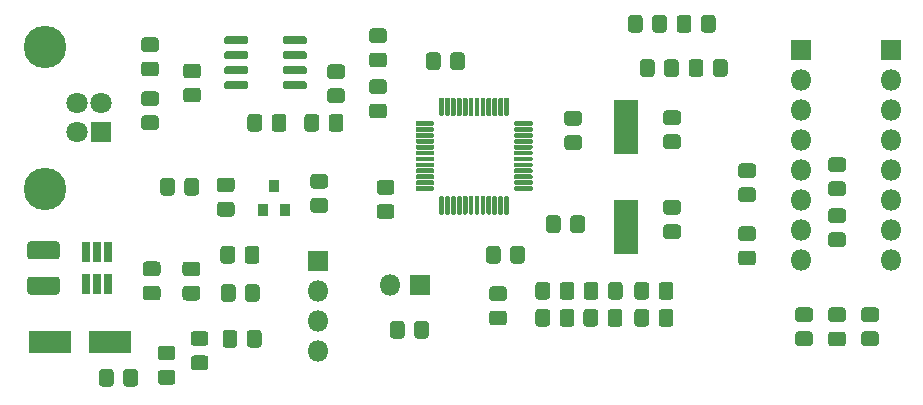
<source format=gbr>
%TF.GenerationSoftware,KiCad,Pcbnew,(5.1.6)-1*%
%TF.CreationDate,2020-09-24T00:50:11+03:00*%
%TF.ProjectId,freepdk,66726565-7064-46b2-9e6b-696361645f70,1.1.1*%
%TF.SameCoordinates,PX3c51298PY447eab0*%
%TF.FileFunction,Soldermask,Top*%
%TF.FilePolarity,Negative*%
%FSLAX46Y46*%
G04 Gerber Fmt 4.6, Leading zero omitted, Abs format (unit mm)*
G04 Created by KiCad (PCBNEW (5.1.6)-1) date 2020-09-24 00:50:11*
%MOMM*%
%LPD*%
G01*
G04 APERTURE LIST*
%ADD10C,3.600000*%
%ADD11C,1.800000*%
%ADD12R,1.800000X1.800000*%
%ADD13R,2.100000X4.600000*%
%ADD14R,3.600000X1.900000*%
%ADD15O,1.800000X1.800000*%
%ADD16R,0.750000X1.660000*%
%ADD17R,0.900000X1.000000*%
G04 APERTURE END LIST*
D10*
%TO.C,J1*%
X4688000Y30270000D03*
X4688000Y18230000D03*
D11*
X7398000Y23000000D03*
X7398000Y25500000D03*
X9398000Y25500000D03*
D12*
X9398000Y23000000D03*
%TD*%
D13*
%TO.C,Y1*%
X53847000Y14994000D03*
X53847000Y23494000D03*
%TD*%
D14*
%TO.C,D1*%
X5160000Y5274000D03*
X10160000Y5274000D03*
%TD*%
%TO.C,F1*%
G36*
G01*
X15695000Y18878262D02*
X15695000Y17921738D01*
G75*
G02*
X15423262Y17650000I-271738J0D01*
G01*
X14716738Y17650000D01*
G75*
G02*
X14445000Y17921738I0J271738D01*
G01*
X14445000Y18878262D01*
G75*
G02*
X14716738Y19150000I271738J0D01*
G01*
X15423262Y19150000D01*
G75*
G02*
X15695000Y18878262I0J-271738D01*
G01*
G37*
G36*
G01*
X17745000Y18878262D02*
X17745000Y17921738D01*
G75*
G02*
X17473262Y17650000I-271738J0D01*
G01*
X16766738Y17650000D01*
G75*
G02*
X16495000Y17921738I0J271738D01*
G01*
X16495000Y18878262D01*
G75*
G02*
X16766738Y19150000I271738J0D01*
G01*
X17473262Y19150000D01*
G75*
G02*
X17745000Y18878262I0J-271738D01*
G01*
G37*
%TD*%
%TO.C,R1*%
G36*
G01*
X42573738Y7913000D02*
X43530262Y7913000D01*
G75*
G02*
X43802000Y7641262I0J-271738D01*
G01*
X43802000Y6934738D01*
G75*
G02*
X43530262Y6663000I-271738J0D01*
G01*
X42573738Y6663000D01*
G75*
G02*
X42302000Y6934738I0J271738D01*
G01*
X42302000Y7641262D01*
G75*
G02*
X42573738Y7913000I271738J0D01*
G01*
G37*
G36*
G01*
X42573738Y9963000D02*
X43530262Y9963000D01*
G75*
G02*
X43802000Y9691262I0J-271738D01*
G01*
X43802000Y8984738D01*
G75*
G02*
X43530262Y8713000I-271738J0D01*
G01*
X42573738Y8713000D01*
G75*
G02*
X42302000Y8984738I0J271738D01*
G01*
X42302000Y9691262D01*
G75*
G02*
X42573738Y9963000I271738J0D01*
G01*
G37*
%TD*%
D15*
%TO.C,J4*%
X76316000Y12220000D03*
X76316000Y14760000D03*
X76316000Y17300000D03*
X76316000Y19840000D03*
X76316000Y22380000D03*
X76316000Y24920000D03*
X76316000Y27460000D03*
D12*
X76316000Y30000000D03*
%TD*%
D15*
%TO.C,J3*%
X68706000Y12220000D03*
X68706000Y14760000D03*
X68706000Y17300000D03*
X68706000Y19840000D03*
X68706000Y22380000D03*
X68706000Y24920000D03*
X68706000Y27460000D03*
D12*
X68706000Y30000000D03*
%TD*%
%TO.C,U4*%
G36*
G01*
X24817000Y30626000D02*
X24817000Y30976000D01*
G75*
G02*
X24992000Y31151000I175000J0D01*
G01*
X26692000Y31151000D01*
G75*
G02*
X26867000Y30976000I0J-175000D01*
G01*
X26867000Y30626000D01*
G75*
G02*
X26692000Y30451000I-175000J0D01*
G01*
X24992000Y30451000D01*
G75*
G02*
X24817000Y30626000I0J175000D01*
G01*
G37*
G36*
G01*
X24817000Y29356000D02*
X24817000Y29706000D01*
G75*
G02*
X24992000Y29881000I175000J0D01*
G01*
X26692000Y29881000D01*
G75*
G02*
X26867000Y29706000I0J-175000D01*
G01*
X26867000Y29356000D01*
G75*
G02*
X26692000Y29181000I-175000J0D01*
G01*
X24992000Y29181000D01*
G75*
G02*
X24817000Y29356000I0J175000D01*
G01*
G37*
G36*
G01*
X24817000Y28086000D02*
X24817000Y28436000D01*
G75*
G02*
X24992000Y28611000I175000J0D01*
G01*
X26692000Y28611000D01*
G75*
G02*
X26867000Y28436000I0J-175000D01*
G01*
X26867000Y28086000D01*
G75*
G02*
X26692000Y27911000I-175000J0D01*
G01*
X24992000Y27911000D01*
G75*
G02*
X24817000Y28086000I0J175000D01*
G01*
G37*
G36*
G01*
X24817000Y26816000D02*
X24817000Y27166000D01*
G75*
G02*
X24992000Y27341000I175000J0D01*
G01*
X26692000Y27341000D01*
G75*
G02*
X26867000Y27166000I0J-175000D01*
G01*
X26867000Y26816000D01*
G75*
G02*
X26692000Y26641000I-175000J0D01*
G01*
X24992000Y26641000D01*
G75*
G02*
X24817000Y26816000I0J175000D01*
G01*
G37*
G36*
G01*
X19867000Y26816000D02*
X19867000Y27166000D01*
G75*
G02*
X20042000Y27341000I175000J0D01*
G01*
X21742000Y27341000D01*
G75*
G02*
X21917000Y27166000I0J-175000D01*
G01*
X21917000Y26816000D01*
G75*
G02*
X21742000Y26641000I-175000J0D01*
G01*
X20042000Y26641000D01*
G75*
G02*
X19867000Y26816000I0J175000D01*
G01*
G37*
G36*
G01*
X19867000Y28086000D02*
X19867000Y28436000D01*
G75*
G02*
X20042000Y28611000I175000J0D01*
G01*
X21742000Y28611000D01*
G75*
G02*
X21917000Y28436000I0J-175000D01*
G01*
X21917000Y28086000D01*
G75*
G02*
X21742000Y27911000I-175000J0D01*
G01*
X20042000Y27911000D01*
G75*
G02*
X19867000Y28086000I0J175000D01*
G01*
G37*
G36*
G01*
X19867000Y29356000D02*
X19867000Y29706000D01*
G75*
G02*
X20042000Y29881000I175000J0D01*
G01*
X21742000Y29881000D01*
G75*
G02*
X21917000Y29706000I0J-175000D01*
G01*
X21917000Y29356000D01*
G75*
G02*
X21742000Y29181000I-175000J0D01*
G01*
X20042000Y29181000D01*
G75*
G02*
X19867000Y29356000I0J175000D01*
G01*
G37*
G36*
G01*
X19867000Y30626000D02*
X19867000Y30976000D01*
G75*
G02*
X20042000Y31151000I175000J0D01*
G01*
X21742000Y31151000D01*
G75*
G02*
X21917000Y30976000I0J-175000D01*
G01*
X21917000Y30626000D01*
G75*
G02*
X21742000Y30451000I-175000J0D01*
G01*
X20042000Y30451000D01*
G75*
G02*
X19867000Y30626000I0J175000D01*
G01*
G37*
%TD*%
%TO.C,C2*%
G36*
G01*
X28388762Y18247000D02*
X27432238Y18247000D01*
G75*
G02*
X27160500Y18518738I0J271738D01*
G01*
X27160500Y19225262D01*
G75*
G02*
X27432238Y19497000I271738J0D01*
G01*
X28388762Y19497000D01*
G75*
G02*
X28660500Y19225262I0J-271738D01*
G01*
X28660500Y18518738D01*
G75*
G02*
X28388762Y18247000I-271738J0D01*
G01*
G37*
G36*
G01*
X28388762Y16197000D02*
X27432238Y16197000D01*
G75*
G02*
X27160500Y16468738I0J271738D01*
G01*
X27160500Y17175262D01*
G75*
G02*
X27432238Y17447000I271738J0D01*
G01*
X28388762Y17447000D01*
G75*
G02*
X28660500Y17175262I0J-271738D01*
G01*
X28660500Y16468738D01*
G75*
G02*
X28388762Y16197000I-271738J0D01*
G01*
G37*
%TD*%
%TO.C,R3*%
G36*
G01*
X14507738Y2893000D02*
X15464262Y2893000D01*
G75*
G02*
X15736000Y2621262I0J-271738D01*
G01*
X15736000Y1914738D01*
G75*
G02*
X15464262Y1643000I-271738J0D01*
G01*
X14507738Y1643000D01*
G75*
G02*
X14236000Y1914738I0J271738D01*
G01*
X14236000Y2621262D01*
G75*
G02*
X14507738Y2893000I271738J0D01*
G01*
G37*
G36*
G01*
X14507738Y4943000D02*
X15464262Y4943000D01*
G75*
G02*
X15736000Y4671262I0J-271738D01*
G01*
X15736000Y3964738D01*
G75*
G02*
X15464262Y3693000I-271738J0D01*
G01*
X14507738Y3693000D01*
G75*
G02*
X14236000Y3964738I0J271738D01*
G01*
X14236000Y4671262D01*
G75*
G02*
X14507738Y4943000I271738J0D01*
G01*
G37*
%TD*%
D16*
%TO.C,U3*%
X9079500Y12910500D03*
X8129500Y12910500D03*
X10029500Y12910500D03*
X10029500Y10210500D03*
X9079500Y10210500D03*
X8129500Y10210500D03*
%TD*%
D17*
%TO.C,U2*%
X24065500Y18466000D03*
X25015500Y16466000D03*
X23115500Y16466000D03*
%TD*%
%TO.C,U1*%
G36*
G01*
X43970000Y17525000D02*
X43970000Y16150000D01*
G75*
G02*
X43870000Y16050000I-100000J0D01*
G01*
X43670000Y16050000D01*
G75*
G02*
X43570000Y16150000I0J100000D01*
G01*
X43570000Y17525000D01*
G75*
G02*
X43670000Y17625000I100000J0D01*
G01*
X43870000Y17625000D01*
G75*
G02*
X43970000Y17525000I0J-100000D01*
G01*
G37*
G36*
G01*
X43470000Y17525000D02*
X43470000Y16150000D01*
G75*
G02*
X43370000Y16050000I-100000J0D01*
G01*
X43170000Y16050000D01*
G75*
G02*
X43070000Y16150000I0J100000D01*
G01*
X43070000Y17525000D01*
G75*
G02*
X43170000Y17625000I100000J0D01*
G01*
X43370000Y17625000D01*
G75*
G02*
X43470000Y17525000I0J-100000D01*
G01*
G37*
G36*
G01*
X42970000Y17525000D02*
X42970000Y16150000D01*
G75*
G02*
X42870000Y16050000I-100000J0D01*
G01*
X42670000Y16050000D01*
G75*
G02*
X42570000Y16150000I0J100000D01*
G01*
X42570000Y17525000D01*
G75*
G02*
X42670000Y17625000I100000J0D01*
G01*
X42870000Y17625000D01*
G75*
G02*
X42970000Y17525000I0J-100000D01*
G01*
G37*
G36*
G01*
X42470000Y17525000D02*
X42470000Y16150000D01*
G75*
G02*
X42370000Y16050000I-100000J0D01*
G01*
X42170000Y16050000D01*
G75*
G02*
X42070000Y16150000I0J100000D01*
G01*
X42070000Y17525000D01*
G75*
G02*
X42170000Y17625000I100000J0D01*
G01*
X42370000Y17625000D01*
G75*
G02*
X42470000Y17525000I0J-100000D01*
G01*
G37*
G36*
G01*
X41970000Y17525000D02*
X41970000Y16150000D01*
G75*
G02*
X41870000Y16050000I-100000J0D01*
G01*
X41670000Y16050000D01*
G75*
G02*
X41570000Y16150000I0J100000D01*
G01*
X41570000Y17525000D01*
G75*
G02*
X41670000Y17625000I100000J0D01*
G01*
X41870000Y17625000D01*
G75*
G02*
X41970000Y17525000I0J-100000D01*
G01*
G37*
G36*
G01*
X41470000Y17525000D02*
X41470000Y16150000D01*
G75*
G02*
X41370000Y16050000I-100000J0D01*
G01*
X41170000Y16050000D01*
G75*
G02*
X41070000Y16150000I0J100000D01*
G01*
X41070000Y17525000D01*
G75*
G02*
X41170000Y17625000I100000J0D01*
G01*
X41370000Y17625000D01*
G75*
G02*
X41470000Y17525000I0J-100000D01*
G01*
G37*
G36*
G01*
X40970000Y17525000D02*
X40970000Y16150000D01*
G75*
G02*
X40870000Y16050000I-100000J0D01*
G01*
X40670000Y16050000D01*
G75*
G02*
X40570000Y16150000I0J100000D01*
G01*
X40570000Y17525000D01*
G75*
G02*
X40670000Y17625000I100000J0D01*
G01*
X40870000Y17625000D01*
G75*
G02*
X40970000Y17525000I0J-100000D01*
G01*
G37*
G36*
G01*
X40470000Y17525000D02*
X40470000Y16150000D01*
G75*
G02*
X40370000Y16050000I-100000J0D01*
G01*
X40170000Y16050000D01*
G75*
G02*
X40070000Y16150000I0J100000D01*
G01*
X40070000Y17525000D01*
G75*
G02*
X40170000Y17625000I100000J0D01*
G01*
X40370000Y17625000D01*
G75*
G02*
X40470000Y17525000I0J-100000D01*
G01*
G37*
G36*
G01*
X39970000Y17525000D02*
X39970000Y16150000D01*
G75*
G02*
X39870000Y16050000I-100000J0D01*
G01*
X39670000Y16050000D01*
G75*
G02*
X39570000Y16150000I0J100000D01*
G01*
X39570000Y17525000D01*
G75*
G02*
X39670000Y17625000I100000J0D01*
G01*
X39870000Y17625000D01*
G75*
G02*
X39970000Y17525000I0J-100000D01*
G01*
G37*
G36*
G01*
X39470000Y17525000D02*
X39470000Y16150000D01*
G75*
G02*
X39370000Y16050000I-100000J0D01*
G01*
X39170000Y16050000D01*
G75*
G02*
X39070000Y16150000I0J100000D01*
G01*
X39070000Y17525000D01*
G75*
G02*
X39170000Y17625000I100000J0D01*
G01*
X39370000Y17625000D01*
G75*
G02*
X39470000Y17525000I0J-100000D01*
G01*
G37*
G36*
G01*
X38970000Y17525000D02*
X38970000Y16150000D01*
G75*
G02*
X38870000Y16050000I-100000J0D01*
G01*
X38670000Y16050000D01*
G75*
G02*
X38570000Y16150000I0J100000D01*
G01*
X38570000Y17525000D01*
G75*
G02*
X38670000Y17625000I100000J0D01*
G01*
X38870000Y17625000D01*
G75*
G02*
X38970000Y17525000I0J-100000D01*
G01*
G37*
G36*
G01*
X38470000Y17525000D02*
X38470000Y16150000D01*
G75*
G02*
X38370000Y16050000I-100000J0D01*
G01*
X38170000Y16050000D01*
G75*
G02*
X38070000Y16150000I0J100000D01*
G01*
X38070000Y17525000D01*
G75*
G02*
X38170000Y17625000I100000J0D01*
G01*
X38370000Y17625000D01*
G75*
G02*
X38470000Y17525000I0J-100000D01*
G01*
G37*
G36*
G01*
X37645000Y18350000D02*
X37645000Y18150000D01*
G75*
G02*
X37545000Y18050000I-100000J0D01*
G01*
X36170000Y18050000D01*
G75*
G02*
X36070000Y18150000I0J100000D01*
G01*
X36070000Y18350000D01*
G75*
G02*
X36170000Y18450000I100000J0D01*
G01*
X37545000Y18450000D01*
G75*
G02*
X37645000Y18350000I0J-100000D01*
G01*
G37*
G36*
G01*
X37645000Y18850000D02*
X37645000Y18650000D01*
G75*
G02*
X37545000Y18550000I-100000J0D01*
G01*
X36170000Y18550000D01*
G75*
G02*
X36070000Y18650000I0J100000D01*
G01*
X36070000Y18850000D01*
G75*
G02*
X36170000Y18950000I100000J0D01*
G01*
X37545000Y18950000D01*
G75*
G02*
X37645000Y18850000I0J-100000D01*
G01*
G37*
G36*
G01*
X37645000Y19350000D02*
X37645000Y19150000D01*
G75*
G02*
X37545000Y19050000I-100000J0D01*
G01*
X36170000Y19050000D01*
G75*
G02*
X36070000Y19150000I0J100000D01*
G01*
X36070000Y19350000D01*
G75*
G02*
X36170000Y19450000I100000J0D01*
G01*
X37545000Y19450000D01*
G75*
G02*
X37645000Y19350000I0J-100000D01*
G01*
G37*
G36*
G01*
X37645000Y19850000D02*
X37645000Y19650000D01*
G75*
G02*
X37545000Y19550000I-100000J0D01*
G01*
X36170000Y19550000D01*
G75*
G02*
X36070000Y19650000I0J100000D01*
G01*
X36070000Y19850000D01*
G75*
G02*
X36170000Y19950000I100000J0D01*
G01*
X37545000Y19950000D01*
G75*
G02*
X37645000Y19850000I0J-100000D01*
G01*
G37*
G36*
G01*
X37645000Y20350000D02*
X37645000Y20150000D01*
G75*
G02*
X37545000Y20050000I-100000J0D01*
G01*
X36170000Y20050000D01*
G75*
G02*
X36070000Y20150000I0J100000D01*
G01*
X36070000Y20350000D01*
G75*
G02*
X36170000Y20450000I100000J0D01*
G01*
X37545000Y20450000D01*
G75*
G02*
X37645000Y20350000I0J-100000D01*
G01*
G37*
G36*
G01*
X37645000Y20850000D02*
X37645000Y20650000D01*
G75*
G02*
X37545000Y20550000I-100000J0D01*
G01*
X36170000Y20550000D01*
G75*
G02*
X36070000Y20650000I0J100000D01*
G01*
X36070000Y20850000D01*
G75*
G02*
X36170000Y20950000I100000J0D01*
G01*
X37545000Y20950000D01*
G75*
G02*
X37645000Y20850000I0J-100000D01*
G01*
G37*
G36*
G01*
X37645000Y21350000D02*
X37645000Y21150000D01*
G75*
G02*
X37545000Y21050000I-100000J0D01*
G01*
X36170000Y21050000D01*
G75*
G02*
X36070000Y21150000I0J100000D01*
G01*
X36070000Y21350000D01*
G75*
G02*
X36170000Y21450000I100000J0D01*
G01*
X37545000Y21450000D01*
G75*
G02*
X37645000Y21350000I0J-100000D01*
G01*
G37*
G36*
G01*
X37645000Y21850000D02*
X37645000Y21650000D01*
G75*
G02*
X37545000Y21550000I-100000J0D01*
G01*
X36170000Y21550000D01*
G75*
G02*
X36070000Y21650000I0J100000D01*
G01*
X36070000Y21850000D01*
G75*
G02*
X36170000Y21950000I100000J0D01*
G01*
X37545000Y21950000D01*
G75*
G02*
X37645000Y21850000I0J-100000D01*
G01*
G37*
G36*
G01*
X37645000Y22350000D02*
X37645000Y22150000D01*
G75*
G02*
X37545000Y22050000I-100000J0D01*
G01*
X36170000Y22050000D01*
G75*
G02*
X36070000Y22150000I0J100000D01*
G01*
X36070000Y22350000D01*
G75*
G02*
X36170000Y22450000I100000J0D01*
G01*
X37545000Y22450000D01*
G75*
G02*
X37645000Y22350000I0J-100000D01*
G01*
G37*
G36*
G01*
X37645000Y22850000D02*
X37645000Y22650000D01*
G75*
G02*
X37545000Y22550000I-100000J0D01*
G01*
X36170000Y22550000D01*
G75*
G02*
X36070000Y22650000I0J100000D01*
G01*
X36070000Y22850000D01*
G75*
G02*
X36170000Y22950000I100000J0D01*
G01*
X37545000Y22950000D01*
G75*
G02*
X37645000Y22850000I0J-100000D01*
G01*
G37*
G36*
G01*
X37645000Y23350000D02*
X37645000Y23150000D01*
G75*
G02*
X37545000Y23050000I-100000J0D01*
G01*
X36170000Y23050000D01*
G75*
G02*
X36070000Y23150000I0J100000D01*
G01*
X36070000Y23350000D01*
G75*
G02*
X36170000Y23450000I100000J0D01*
G01*
X37545000Y23450000D01*
G75*
G02*
X37645000Y23350000I0J-100000D01*
G01*
G37*
G36*
G01*
X37645000Y23850000D02*
X37645000Y23650000D01*
G75*
G02*
X37545000Y23550000I-100000J0D01*
G01*
X36170000Y23550000D01*
G75*
G02*
X36070000Y23650000I0J100000D01*
G01*
X36070000Y23850000D01*
G75*
G02*
X36170000Y23950000I100000J0D01*
G01*
X37545000Y23950000D01*
G75*
G02*
X37645000Y23850000I0J-100000D01*
G01*
G37*
G36*
G01*
X38470000Y25850000D02*
X38470000Y24475000D01*
G75*
G02*
X38370000Y24375000I-100000J0D01*
G01*
X38170000Y24375000D01*
G75*
G02*
X38070000Y24475000I0J100000D01*
G01*
X38070000Y25850000D01*
G75*
G02*
X38170000Y25950000I100000J0D01*
G01*
X38370000Y25950000D01*
G75*
G02*
X38470000Y25850000I0J-100000D01*
G01*
G37*
G36*
G01*
X38970000Y25850000D02*
X38970000Y24475000D01*
G75*
G02*
X38870000Y24375000I-100000J0D01*
G01*
X38670000Y24375000D01*
G75*
G02*
X38570000Y24475000I0J100000D01*
G01*
X38570000Y25850000D01*
G75*
G02*
X38670000Y25950000I100000J0D01*
G01*
X38870000Y25950000D01*
G75*
G02*
X38970000Y25850000I0J-100000D01*
G01*
G37*
G36*
G01*
X39470000Y25850000D02*
X39470000Y24475000D01*
G75*
G02*
X39370000Y24375000I-100000J0D01*
G01*
X39170000Y24375000D01*
G75*
G02*
X39070000Y24475000I0J100000D01*
G01*
X39070000Y25850000D01*
G75*
G02*
X39170000Y25950000I100000J0D01*
G01*
X39370000Y25950000D01*
G75*
G02*
X39470000Y25850000I0J-100000D01*
G01*
G37*
G36*
G01*
X39970000Y25850000D02*
X39970000Y24475000D01*
G75*
G02*
X39870000Y24375000I-100000J0D01*
G01*
X39670000Y24375000D01*
G75*
G02*
X39570000Y24475000I0J100000D01*
G01*
X39570000Y25850000D01*
G75*
G02*
X39670000Y25950000I100000J0D01*
G01*
X39870000Y25950000D01*
G75*
G02*
X39970000Y25850000I0J-100000D01*
G01*
G37*
G36*
G01*
X40470000Y25850000D02*
X40470000Y24475000D01*
G75*
G02*
X40370000Y24375000I-100000J0D01*
G01*
X40170000Y24375000D01*
G75*
G02*
X40070000Y24475000I0J100000D01*
G01*
X40070000Y25850000D01*
G75*
G02*
X40170000Y25950000I100000J0D01*
G01*
X40370000Y25950000D01*
G75*
G02*
X40470000Y25850000I0J-100000D01*
G01*
G37*
G36*
G01*
X40970000Y25850000D02*
X40970000Y24475000D01*
G75*
G02*
X40870000Y24375000I-100000J0D01*
G01*
X40670000Y24375000D01*
G75*
G02*
X40570000Y24475000I0J100000D01*
G01*
X40570000Y25850000D01*
G75*
G02*
X40670000Y25950000I100000J0D01*
G01*
X40870000Y25950000D01*
G75*
G02*
X40970000Y25850000I0J-100000D01*
G01*
G37*
G36*
G01*
X41470000Y25850000D02*
X41470000Y24475000D01*
G75*
G02*
X41370000Y24375000I-100000J0D01*
G01*
X41170000Y24375000D01*
G75*
G02*
X41070000Y24475000I0J100000D01*
G01*
X41070000Y25850000D01*
G75*
G02*
X41170000Y25950000I100000J0D01*
G01*
X41370000Y25950000D01*
G75*
G02*
X41470000Y25850000I0J-100000D01*
G01*
G37*
G36*
G01*
X41970000Y25850000D02*
X41970000Y24475000D01*
G75*
G02*
X41870000Y24375000I-100000J0D01*
G01*
X41670000Y24375000D01*
G75*
G02*
X41570000Y24475000I0J100000D01*
G01*
X41570000Y25850000D01*
G75*
G02*
X41670000Y25950000I100000J0D01*
G01*
X41870000Y25950000D01*
G75*
G02*
X41970000Y25850000I0J-100000D01*
G01*
G37*
G36*
G01*
X42470000Y25850000D02*
X42470000Y24475000D01*
G75*
G02*
X42370000Y24375000I-100000J0D01*
G01*
X42170000Y24375000D01*
G75*
G02*
X42070000Y24475000I0J100000D01*
G01*
X42070000Y25850000D01*
G75*
G02*
X42170000Y25950000I100000J0D01*
G01*
X42370000Y25950000D01*
G75*
G02*
X42470000Y25850000I0J-100000D01*
G01*
G37*
G36*
G01*
X42970000Y25850000D02*
X42970000Y24475000D01*
G75*
G02*
X42870000Y24375000I-100000J0D01*
G01*
X42670000Y24375000D01*
G75*
G02*
X42570000Y24475000I0J100000D01*
G01*
X42570000Y25850000D01*
G75*
G02*
X42670000Y25950000I100000J0D01*
G01*
X42870000Y25950000D01*
G75*
G02*
X42970000Y25850000I0J-100000D01*
G01*
G37*
G36*
G01*
X43470000Y25850000D02*
X43470000Y24475000D01*
G75*
G02*
X43370000Y24375000I-100000J0D01*
G01*
X43170000Y24375000D01*
G75*
G02*
X43070000Y24475000I0J100000D01*
G01*
X43070000Y25850000D01*
G75*
G02*
X43170000Y25950000I100000J0D01*
G01*
X43370000Y25950000D01*
G75*
G02*
X43470000Y25850000I0J-100000D01*
G01*
G37*
G36*
G01*
X43970000Y25850000D02*
X43970000Y24475000D01*
G75*
G02*
X43870000Y24375000I-100000J0D01*
G01*
X43670000Y24375000D01*
G75*
G02*
X43570000Y24475000I0J100000D01*
G01*
X43570000Y25850000D01*
G75*
G02*
X43670000Y25950000I100000J0D01*
G01*
X43870000Y25950000D01*
G75*
G02*
X43970000Y25850000I0J-100000D01*
G01*
G37*
G36*
G01*
X45970000Y23850000D02*
X45970000Y23650000D01*
G75*
G02*
X45870000Y23550000I-100000J0D01*
G01*
X44495000Y23550000D01*
G75*
G02*
X44395000Y23650000I0J100000D01*
G01*
X44395000Y23850000D01*
G75*
G02*
X44495000Y23950000I100000J0D01*
G01*
X45870000Y23950000D01*
G75*
G02*
X45970000Y23850000I0J-100000D01*
G01*
G37*
G36*
G01*
X45970000Y23350000D02*
X45970000Y23150000D01*
G75*
G02*
X45870000Y23050000I-100000J0D01*
G01*
X44495000Y23050000D01*
G75*
G02*
X44395000Y23150000I0J100000D01*
G01*
X44395000Y23350000D01*
G75*
G02*
X44495000Y23450000I100000J0D01*
G01*
X45870000Y23450000D01*
G75*
G02*
X45970000Y23350000I0J-100000D01*
G01*
G37*
G36*
G01*
X45970000Y22850000D02*
X45970000Y22650000D01*
G75*
G02*
X45870000Y22550000I-100000J0D01*
G01*
X44495000Y22550000D01*
G75*
G02*
X44395000Y22650000I0J100000D01*
G01*
X44395000Y22850000D01*
G75*
G02*
X44495000Y22950000I100000J0D01*
G01*
X45870000Y22950000D01*
G75*
G02*
X45970000Y22850000I0J-100000D01*
G01*
G37*
G36*
G01*
X45970000Y22350000D02*
X45970000Y22150000D01*
G75*
G02*
X45870000Y22050000I-100000J0D01*
G01*
X44495000Y22050000D01*
G75*
G02*
X44395000Y22150000I0J100000D01*
G01*
X44395000Y22350000D01*
G75*
G02*
X44495000Y22450000I100000J0D01*
G01*
X45870000Y22450000D01*
G75*
G02*
X45970000Y22350000I0J-100000D01*
G01*
G37*
G36*
G01*
X45970000Y21850000D02*
X45970000Y21650000D01*
G75*
G02*
X45870000Y21550000I-100000J0D01*
G01*
X44495000Y21550000D01*
G75*
G02*
X44395000Y21650000I0J100000D01*
G01*
X44395000Y21850000D01*
G75*
G02*
X44495000Y21950000I100000J0D01*
G01*
X45870000Y21950000D01*
G75*
G02*
X45970000Y21850000I0J-100000D01*
G01*
G37*
G36*
G01*
X45970000Y21350000D02*
X45970000Y21150000D01*
G75*
G02*
X45870000Y21050000I-100000J0D01*
G01*
X44495000Y21050000D01*
G75*
G02*
X44395000Y21150000I0J100000D01*
G01*
X44395000Y21350000D01*
G75*
G02*
X44495000Y21450000I100000J0D01*
G01*
X45870000Y21450000D01*
G75*
G02*
X45970000Y21350000I0J-100000D01*
G01*
G37*
G36*
G01*
X45970000Y20850000D02*
X45970000Y20650000D01*
G75*
G02*
X45870000Y20550000I-100000J0D01*
G01*
X44495000Y20550000D01*
G75*
G02*
X44395000Y20650000I0J100000D01*
G01*
X44395000Y20850000D01*
G75*
G02*
X44495000Y20950000I100000J0D01*
G01*
X45870000Y20950000D01*
G75*
G02*
X45970000Y20850000I0J-100000D01*
G01*
G37*
G36*
G01*
X45970000Y20350000D02*
X45970000Y20150000D01*
G75*
G02*
X45870000Y20050000I-100000J0D01*
G01*
X44495000Y20050000D01*
G75*
G02*
X44395000Y20150000I0J100000D01*
G01*
X44395000Y20350000D01*
G75*
G02*
X44495000Y20450000I100000J0D01*
G01*
X45870000Y20450000D01*
G75*
G02*
X45970000Y20350000I0J-100000D01*
G01*
G37*
G36*
G01*
X45970000Y19850000D02*
X45970000Y19650000D01*
G75*
G02*
X45870000Y19550000I-100000J0D01*
G01*
X44495000Y19550000D01*
G75*
G02*
X44395000Y19650000I0J100000D01*
G01*
X44395000Y19850000D01*
G75*
G02*
X44495000Y19950000I100000J0D01*
G01*
X45870000Y19950000D01*
G75*
G02*
X45970000Y19850000I0J-100000D01*
G01*
G37*
G36*
G01*
X45970000Y19350000D02*
X45970000Y19150000D01*
G75*
G02*
X45870000Y19050000I-100000J0D01*
G01*
X44495000Y19050000D01*
G75*
G02*
X44395000Y19150000I0J100000D01*
G01*
X44395000Y19350000D01*
G75*
G02*
X44495000Y19450000I100000J0D01*
G01*
X45870000Y19450000D01*
G75*
G02*
X45970000Y19350000I0J-100000D01*
G01*
G37*
G36*
G01*
X45970000Y18850000D02*
X45970000Y18650000D01*
G75*
G02*
X45870000Y18550000I-100000J0D01*
G01*
X44495000Y18550000D01*
G75*
G02*
X44395000Y18650000I0J100000D01*
G01*
X44395000Y18850000D01*
G75*
G02*
X44495000Y18950000I100000J0D01*
G01*
X45870000Y18950000D01*
G75*
G02*
X45970000Y18850000I0J-100000D01*
G01*
G37*
G36*
G01*
X45970000Y18350000D02*
X45970000Y18150000D01*
G75*
G02*
X45870000Y18050000I-100000J0D01*
G01*
X44495000Y18050000D01*
G75*
G02*
X44395000Y18150000I0J100000D01*
G01*
X44395000Y18350000D01*
G75*
G02*
X44495000Y18450000I100000J0D01*
G01*
X45870000Y18450000D01*
G75*
G02*
X45970000Y18350000I0J-100000D01*
G01*
G37*
%TD*%
%TO.C,R24*%
G36*
G01*
X75026262Y6953000D02*
X74069738Y6953000D01*
G75*
G02*
X73798000Y7224738I0J271738D01*
G01*
X73798000Y7931262D01*
G75*
G02*
X74069738Y8203000I271738J0D01*
G01*
X75026262Y8203000D01*
G75*
G02*
X75298000Y7931262I0J-271738D01*
G01*
X75298000Y7224738D01*
G75*
G02*
X75026262Y6953000I-271738J0D01*
G01*
G37*
G36*
G01*
X75026262Y4903000D02*
X74069738Y4903000D01*
G75*
G02*
X73798000Y5174738I0J271738D01*
G01*
X73798000Y5881262D01*
G75*
G02*
X74069738Y6153000I271738J0D01*
G01*
X75026262Y6153000D01*
G75*
G02*
X75298000Y5881262I0J-271738D01*
G01*
X75298000Y5174738D01*
G75*
G02*
X75026262Y4903000I-271738J0D01*
G01*
G37*
%TD*%
%TO.C,R23*%
G36*
G01*
X72232262Y6935000D02*
X71275738Y6935000D01*
G75*
G02*
X71004000Y7206738I0J271738D01*
G01*
X71004000Y7913262D01*
G75*
G02*
X71275738Y8185000I271738J0D01*
G01*
X72232262Y8185000D01*
G75*
G02*
X72504000Y7913262I0J-271738D01*
G01*
X72504000Y7206738D01*
G75*
G02*
X72232262Y6935000I-271738J0D01*
G01*
G37*
G36*
G01*
X72232262Y4885000D02*
X71275738Y4885000D01*
G75*
G02*
X71004000Y5156738I0J271738D01*
G01*
X71004000Y5863262D01*
G75*
G02*
X71275738Y6135000I271738J0D01*
G01*
X72232262Y6135000D01*
G75*
G02*
X72504000Y5863262I0J-271738D01*
G01*
X72504000Y5156738D01*
G75*
G02*
X72232262Y4885000I-271738J0D01*
G01*
G37*
%TD*%
%TO.C,R22*%
G36*
G01*
X72232262Y19653000D02*
X71275738Y19653000D01*
G75*
G02*
X71004000Y19924738I0J271738D01*
G01*
X71004000Y20631262D01*
G75*
G02*
X71275738Y20903000I271738J0D01*
G01*
X72232262Y20903000D01*
G75*
G02*
X72504000Y20631262I0J-271738D01*
G01*
X72504000Y19924738D01*
G75*
G02*
X72232262Y19653000I-271738J0D01*
G01*
G37*
G36*
G01*
X72232262Y17603000D02*
X71275738Y17603000D01*
G75*
G02*
X71004000Y17874738I0J271738D01*
G01*
X71004000Y18581262D01*
G75*
G02*
X71275738Y18853000I271738J0D01*
G01*
X72232262Y18853000D01*
G75*
G02*
X72504000Y18581262I0J-271738D01*
G01*
X72504000Y17874738D01*
G75*
G02*
X72232262Y17603000I-271738J0D01*
G01*
G37*
%TD*%
%TO.C,R21*%
G36*
G01*
X69438262Y6953000D02*
X68481738Y6953000D01*
G75*
G02*
X68210000Y7224738I0J271738D01*
G01*
X68210000Y7931262D01*
G75*
G02*
X68481738Y8203000I271738J0D01*
G01*
X69438262Y8203000D01*
G75*
G02*
X69710000Y7931262I0J-271738D01*
G01*
X69710000Y7224738D01*
G75*
G02*
X69438262Y6953000I-271738J0D01*
G01*
G37*
G36*
G01*
X69438262Y4903000D02*
X68481738Y4903000D01*
G75*
G02*
X68210000Y5174738I0J271738D01*
G01*
X68210000Y5881262D01*
G75*
G02*
X68481738Y6153000I271738J0D01*
G01*
X69438262Y6153000D01*
G75*
G02*
X69710000Y5881262I0J-271738D01*
G01*
X69710000Y5174738D01*
G75*
G02*
X69438262Y4903000I-271738J0D01*
G01*
G37*
%TD*%
%TO.C,R20*%
G36*
G01*
X72232262Y15335000D02*
X71275738Y15335000D01*
G75*
G02*
X71004000Y15606738I0J271738D01*
G01*
X71004000Y16313262D01*
G75*
G02*
X71275738Y16585000I271738J0D01*
G01*
X72232262Y16585000D01*
G75*
G02*
X72504000Y16313262I0J-271738D01*
G01*
X72504000Y15606738D01*
G75*
G02*
X72232262Y15335000I-271738J0D01*
G01*
G37*
G36*
G01*
X72232262Y13285000D02*
X71275738Y13285000D01*
G75*
G02*
X71004000Y13556738I0J271738D01*
G01*
X71004000Y14263262D01*
G75*
G02*
X71275738Y14535000I271738J0D01*
G01*
X72232262Y14535000D01*
G75*
G02*
X72504000Y14263262I0J-271738D01*
G01*
X72504000Y13556738D01*
G75*
G02*
X72232262Y13285000I-271738J0D01*
G01*
G37*
%TD*%
%TO.C,R19*%
G36*
G01*
X59425000Y32676262D02*
X59425000Y31719738D01*
G75*
G02*
X59153262Y31448000I-271738J0D01*
G01*
X58446738Y31448000D01*
G75*
G02*
X58175000Y31719738I0J271738D01*
G01*
X58175000Y32676262D01*
G75*
G02*
X58446738Y32948000I271738J0D01*
G01*
X59153262Y32948000D01*
G75*
G02*
X59425000Y32676262I0J-271738D01*
G01*
G37*
G36*
G01*
X61475000Y32676262D02*
X61475000Y31719738D01*
G75*
G02*
X61203262Y31448000I-271738J0D01*
G01*
X60496738Y31448000D01*
G75*
G02*
X60225000Y31719738I0J271738D01*
G01*
X60225000Y32676262D01*
G75*
G02*
X60496738Y32948000I271738J0D01*
G01*
X61203262Y32948000D01*
G75*
G02*
X61475000Y32676262I0J-271738D01*
G01*
G37*
%TD*%
%TO.C,R18*%
G36*
G01*
X55297500Y32676262D02*
X55297500Y31719738D01*
G75*
G02*
X55025762Y31448000I-271738J0D01*
G01*
X54319238Y31448000D01*
G75*
G02*
X54047500Y31719738I0J271738D01*
G01*
X54047500Y32676262D01*
G75*
G02*
X54319238Y32948000I271738J0D01*
G01*
X55025762Y32948000D01*
G75*
G02*
X55297500Y32676262I0J-271738D01*
G01*
G37*
G36*
G01*
X57347500Y32676262D02*
X57347500Y31719738D01*
G75*
G02*
X57075762Y31448000I-271738J0D01*
G01*
X56369238Y31448000D01*
G75*
G02*
X56097500Y31719738I0J271738D01*
G01*
X56097500Y32676262D01*
G75*
G02*
X56369238Y32948000I271738J0D01*
G01*
X57075762Y32948000D01*
G75*
G02*
X57347500Y32676262I0J-271738D01*
G01*
G37*
%TD*%
%TO.C,R17*%
G36*
G01*
X60441000Y28929762D02*
X60441000Y27973238D01*
G75*
G02*
X60169262Y27701500I-271738J0D01*
G01*
X59462738Y27701500D01*
G75*
G02*
X59191000Y27973238I0J271738D01*
G01*
X59191000Y28929762D01*
G75*
G02*
X59462738Y29201500I271738J0D01*
G01*
X60169262Y29201500D01*
G75*
G02*
X60441000Y28929762I0J-271738D01*
G01*
G37*
G36*
G01*
X62491000Y28929762D02*
X62491000Y27973238D01*
G75*
G02*
X62219262Y27701500I-271738J0D01*
G01*
X61512738Y27701500D01*
G75*
G02*
X61241000Y27973238I0J271738D01*
G01*
X61241000Y28929762D01*
G75*
G02*
X61512738Y29201500I271738J0D01*
G01*
X62219262Y29201500D01*
G75*
G02*
X62491000Y28929762I0J-271738D01*
G01*
G37*
%TD*%
%TO.C,R16*%
G36*
G01*
X56313500Y28929762D02*
X56313500Y27973238D01*
G75*
G02*
X56041762Y27701500I-271738J0D01*
G01*
X55335238Y27701500D01*
G75*
G02*
X55063500Y27973238I0J271738D01*
G01*
X55063500Y28929762D01*
G75*
G02*
X55335238Y29201500I271738J0D01*
G01*
X56041762Y29201500D01*
G75*
G02*
X56313500Y28929762I0J-271738D01*
G01*
G37*
G36*
G01*
X58363500Y28929762D02*
X58363500Y27973238D01*
G75*
G02*
X58091762Y27701500I-271738J0D01*
G01*
X57385238Y27701500D01*
G75*
G02*
X57113500Y27973238I0J271738D01*
G01*
X57113500Y28929762D01*
G75*
G02*
X57385238Y29201500I271738J0D01*
G01*
X58091762Y29201500D01*
G75*
G02*
X58363500Y28929762I0J-271738D01*
G01*
G37*
%TD*%
%TO.C,R15*%
G36*
G01*
X32413738Y29757000D02*
X33370262Y29757000D01*
G75*
G02*
X33642000Y29485262I0J-271738D01*
G01*
X33642000Y28778738D01*
G75*
G02*
X33370262Y28507000I-271738J0D01*
G01*
X32413738Y28507000D01*
G75*
G02*
X32142000Y28778738I0J271738D01*
G01*
X32142000Y29485262D01*
G75*
G02*
X32413738Y29757000I271738J0D01*
G01*
G37*
G36*
G01*
X32413738Y31807000D02*
X33370262Y31807000D01*
G75*
G02*
X33642000Y31535262I0J-271738D01*
G01*
X33642000Y30828738D01*
G75*
G02*
X33370262Y30557000I-271738J0D01*
G01*
X32413738Y30557000D01*
G75*
G02*
X32142000Y30828738I0J271738D01*
G01*
X32142000Y31535262D01*
G75*
G02*
X32413738Y31807000I271738J0D01*
G01*
G37*
%TD*%
%TO.C,R14*%
G36*
G01*
X32413738Y25439000D02*
X33370262Y25439000D01*
G75*
G02*
X33642000Y25167262I0J-271738D01*
G01*
X33642000Y24460738D01*
G75*
G02*
X33370262Y24189000I-271738J0D01*
G01*
X32413738Y24189000D01*
G75*
G02*
X32142000Y24460738I0J271738D01*
G01*
X32142000Y25167262D01*
G75*
G02*
X32413738Y25439000I271738J0D01*
G01*
G37*
G36*
G01*
X32413738Y27489000D02*
X33370262Y27489000D01*
G75*
G02*
X33642000Y27217262I0J-271738D01*
G01*
X33642000Y26510738D01*
G75*
G02*
X33370262Y26239000I-271738J0D01*
G01*
X32413738Y26239000D01*
G75*
G02*
X32142000Y26510738I0J271738D01*
G01*
X32142000Y27217262D01*
G75*
G02*
X32413738Y27489000I271738J0D01*
G01*
G37*
%TD*%
%TO.C,R13*%
G36*
G01*
X28857738Y26727000D02*
X29814262Y26727000D01*
G75*
G02*
X30086000Y26455262I0J-271738D01*
G01*
X30086000Y25748738D01*
G75*
G02*
X29814262Y25477000I-271738J0D01*
G01*
X28857738Y25477000D01*
G75*
G02*
X28586000Y25748738I0J271738D01*
G01*
X28586000Y26455262D01*
G75*
G02*
X28857738Y26727000I271738J0D01*
G01*
G37*
G36*
G01*
X28857738Y28777000D02*
X29814262Y28777000D01*
G75*
G02*
X30086000Y28505262I0J-271738D01*
G01*
X30086000Y27798738D01*
G75*
G02*
X29814262Y27527000I-271738J0D01*
G01*
X28857738Y27527000D01*
G75*
G02*
X28586000Y27798738I0J271738D01*
G01*
X28586000Y28505262D01*
G75*
G02*
X28857738Y28777000I271738J0D01*
G01*
G37*
%TD*%
%TO.C,R12*%
G36*
G01*
X13109738Y28995000D02*
X14066262Y28995000D01*
G75*
G02*
X14338000Y28723262I0J-271738D01*
G01*
X14338000Y28016738D01*
G75*
G02*
X14066262Y27745000I-271738J0D01*
G01*
X13109738Y27745000D01*
G75*
G02*
X12838000Y28016738I0J271738D01*
G01*
X12838000Y28723262D01*
G75*
G02*
X13109738Y28995000I271738J0D01*
G01*
G37*
G36*
G01*
X13109738Y31045000D02*
X14066262Y31045000D01*
G75*
G02*
X14338000Y30773262I0J-271738D01*
G01*
X14338000Y30066738D01*
G75*
G02*
X14066262Y29795000I-271738J0D01*
G01*
X13109738Y29795000D01*
G75*
G02*
X12838000Y30066738I0J271738D01*
G01*
X12838000Y30773262D01*
G75*
G02*
X13109738Y31045000I271738J0D01*
G01*
G37*
%TD*%
%TO.C,R11*%
G36*
G01*
X13109738Y24441000D02*
X14066262Y24441000D01*
G75*
G02*
X14338000Y24169262I0J-271738D01*
G01*
X14338000Y23462738D01*
G75*
G02*
X14066262Y23191000I-271738J0D01*
G01*
X13109738Y23191000D01*
G75*
G02*
X12838000Y23462738I0J271738D01*
G01*
X12838000Y24169262D01*
G75*
G02*
X13109738Y24441000I271738J0D01*
G01*
G37*
G36*
G01*
X13109738Y26491000D02*
X14066262Y26491000D01*
G75*
G02*
X14338000Y26219262I0J-271738D01*
G01*
X14338000Y25512738D01*
G75*
G02*
X14066262Y25241000I-271738J0D01*
G01*
X13109738Y25241000D01*
G75*
G02*
X12838000Y25512738I0J271738D01*
G01*
X12838000Y26219262D01*
G75*
G02*
X13109738Y26491000I271738J0D01*
G01*
G37*
%TD*%
%TO.C,R10*%
G36*
G01*
X16665738Y26787000D02*
X17622262Y26787000D01*
G75*
G02*
X17894000Y26515262I0J-271738D01*
G01*
X17894000Y25808738D01*
G75*
G02*
X17622262Y25537000I-271738J0D01*
G01*
X16665738Y25537000D01*
G75*
G02*
X16394000Y25808738I0J271738D01*
G01*
X16394000Y26515262D01*
G75*
G02*
X16665738Y26787000I271738J0D01*
G01*
G37*
G36*
G01*
X16665738Y28837000D02*
X17622262Y28837000D01*
G75*
G02*
X17894000Y28565262I0J-271738D01*
G01*
X17894000Y27858738D01*
G75*
G02*
X17622262Y27587000I-271738J0D01*
G01*
X16665738Y27587000D01*
G75*
G02*
X16394000Y27858738I0J271738D01*
G01*
X16394000Y28565262D01*
G75*
G02*
X16665738Y28837000I271738J0D01*
G01*
G37*
%TD*%
%TO.C,R9*%
G36*
G01*
X21599000Y12161738D02*
X21599000Y13118262D01*
G75*
G02*
X21870738Y13390000I271738J0D01*
G01*
X22577262Y13390000D01*
G75*
G02*
X22849000Y13118262I0J-271738D01*
G01*
X22849000Y12161738D01*
G75*
G02*
X22577262Y11890000I-271738J0D01*
G01*
X21870738Y11890000D01*
G75*
G02*
X21599000Y12161738I0J271738D01*
G01*
G37*
G36*
G01*
X19549000Y12161738D02*
X19549000Y13118262D01*
G75*
G02*
X19820738Y13390000I271738J0D01*
G01*
X20527262Y13390000D01*
G75*
G02*
X20799000Y13118262I0J-271738D01*
G01*
X20799000Y12161738D01*
G75*
G02*
X20527262Y11890000I-271738J0D01*
G01*
X19820738Y11890000D01*
G75*
G02*
X19549000Y12161738I0J271738D01*
G01*
G37*
%TD*%
%TO.C,R8*%
G36*
G01*
X56651000Y6827738D02*
X56651000Y7784262D01*
G75*
G02*
X56922738Y8056000I271738J0D01*
G01*
X57629262Y8056000D01*
G75*
G02*
X57901000Y7784262I0J-271738D01*
G01*
X57901000Y6827738D01*
G75*
G02*
X57629262Y6556000I-271738J0D01*
G01*
X56922738Y6556000D01*
G75*
G02*
X56651000Y6827738I0J271738D01*
G01*
G37*
G36*
G01*
X54601000Y6827738D02*
X54601000Y7784262D01*
G75*
G02*
X54872738Y8056000I271738J0D01*
G01*
X55579262Y8056000D01*
G75*
G02*
X55851000Y7784262I0J-271738D01*
G01*
X55851000Y6827738D01*
G75*
G02*
X55579262Y6556000I-271738J0D01*
G01*
X54872738Y6556000D01*
G75*
G02*
X54601000Y6827738I0J271738D01*
G01*
G37*
%TD*%
%TO.C,R7*%
G36*
G01*
X52333000Y6827738D02*
X52333000Y7784262D01*
G75*
G02*
X52604738Y8056000I271738J0D01*
G01*
X53311262Y8056000D01*
G75*
G02*
X53583000Y7784262I0J-271738D01*
G01*
X53583000Y6827738D01*
G75*
G02*
X53311262Y6556000I-271738J0D01*
G01*
X52604738Y6556000D01*
G75*
G02*
X52333000Y6827738I0J271738D01*
G01*
G37*
G36*
G01*
X50283000Y6827738D02*
X50283000Y7784262D01*
G75*
G02*
X50554738Y8056000I271738J0D01*
G01*
X51261262Y8056000D01*
G75*
G02*
X51533000Y7784262I0J-271738D01*
G01*
X51533000Y6827738D01*
G75*
G02*
X51261262Y6556000I-271738J0D01*
G01*
X50554738Y6556000D01*
G75*
G02*
X50283000Y6827738I0J271738D01*
G01*
G37*
%TD*%
%TO.C,R6*%
G36*
G01*
X48269000Y6827738D02*
X48269000Y7784262D01*
G75*
G02*
X48540738Y8056000I271738J0D01*
G01*
X49247262Y8056000D01*
G75*
G02*
X49519000Y7784262I0J-271738D01*
G01*
X49519000Y6827738D01*
G75*
G02*
X49247262Y6556000I-271738J0D01*
G01*
X48540738Y6556000D01*
G75*
G02*
X48269000Y6827738I0J271738D01*
G01*
G37*
G36*
G01*
X46219000Y6827738D02*
X46219000Y7784262D01*
G75*
G02*
X46490738Y8056000I271738J0D01*
G01*
X47197262Y8056000D01*
G75*
G02*
X47469000Y7784262I0J-271738D01*
G01*
X47469000Y6827738D01*
G75*
G02*
X47197262Y6556000I-271738J0D01*
G01*
X46490738Y6556000D01*
G75*
G02*
X46219000Y6827738I0J271738D01*
G01*
G37*
%TD*%
%TO.C,R5*%
G36*
G01*
X35150000Y6768262D02*
X35150000Y5811738D01*
G75*
G02*
X34878262Y5540000I-271738J0D01*
G01*
X34171738Y5540000D01*
G75*
G02*
X33900000Y5811738I0J271738D01*
G01*
X33900000Y6768262D01*
G75*
G02*
X34171738Y7040000I271738J0D01*
G01*
X34878262Y7040000D01*
G75*
G02*
X35150000Y6768262I0J-271738D01*
G01*
G37*
G36*
G01*
X37200000Y6768262D02*
X37200000Y5811738D01*
G75*
G02*
X36928262Y5540000I-271738J0D01*
G01*
X36221738Y5540000D01*
G75*
G02*
X35950000Y5811738I0J271738D01*
G01*
X35950000Y6768262D01*
G75*
G02*
X36221738Y7040000I271738J0D01*
G01*
X36928262Y7040000D01*
G75*
G02*
X37200000Y6768262I0J-271738D01*
G01*
G37*
%TD*%
%TO.C,R4*%
G36*
G01*
X10513000Y2704262D02*
X10513000Y1747738D01*
G75*
G02*
X10241262Y1476000I-271738J0D01*
G01*
X9534738Y1476000D01*
G75*
G02*
X9263000Y1747738I0J271738D01*
G01*
X9263000Y2704262D01*
G75*
G02*
X9534738Y2976000I271738J0D01*
G01*
X10241262Y2976000D01*
G75*
G02*
X10513000Y2704262I0J-271738D01*
G01*
G37*
G36*
G01*
X12563000Y2704262D02*
X12563000Y1747738D01*
G75*
G02*
X12291262Y1476000I-271738J0D01*
G01*
X11584738Y1476000D01*
G75*
G02*
X11313000Y1747738I0J271738D01*
G01*
X11313000Y2704262D01*
G75*
G02*
X11584738Y2976000I271738J0D01*
G01*
X12291262Y2976000D01*
G75*
G02*
X12563000Y2704262I0J-271738D01*
G01*
G37*
%TD*%
%TO.C,L1*%
G36*
G01*
X3464544Y10799000D02*
X5679456Y10799000D01*
G75*
G02*
X5947000Y10531456I0J-267544D01*
G01*
X5947000Y9541544D01*
G75*
G02*
X5679456Y9274000I-267544J0D01*
G01*
X3464544Y9274000D01*
G75*
G02*
X3197000Y9541544I0J267544D01*
G01*
X3197000Y10531456D01*
G75*
G02*
X3464544Y10799000I267544J0D01*
G01*
G37*
G36*
G01*
X3464544Y13774000D02*
X5679456Y13774000D01*
G75*
G02*
X5947000Y13506456I0J-267544D01*
G01*
X5947000Y12516544D01*
G75*
G02*
X5679456Y12249000I-267544J0D01*
G01*
X3464544Y12249000D01*
G75*
G02*
X3197000Y12516544I0J267544D01*
G01*
X3197000Y13506456D01*
G75*
G02*
X3464544Y13774000I267544J0D01*
G01*
G37*
%TD*%
D15*
%TO.C,J5*%
X33908000Y10100000D03*
D12*
X36448000Y10100000D03*
%TD*%
D15*
%TO.C,J2*%
X27812000Y4512000D03*
X27812000Y7052000D03*
X27812000Y9592000D03*
D12*
X27812000Y12132000D03*
%TD*%
%TO.C,D4*%
G36*
G01*
X56651000Y9113738D02*
X56651000Y10070262D01*
G75*
G02*
X56922738Y10342000I271738J0D01*
G01*
X57629262Y10342000D01*
G75*
G02*
X57901000Y10070262I0J-271738D01*
G01*
X57901000Y9113738D01*
G75*
G02*
X57629262Y8842000I-271738J0D01*
G01*
X56922738Y8842000D01*
G75*
G02*
X56651000Y9113738I0J271738D01*
G01*
G37*
G36*
G01*
X54601000Y9113738D02*
X54601000Y10070262D01*
G75*
G02*
X54872738Y10342000I271738J0D01*
G01*
X55579262Y10342000D01*
G75*
G02*
X55851000Y10070262I0J-271738D01*
G01*
X55851000Y9113738D01*
G75*
G02*
X55579262Y8842000I-271738J0D01*
G01*
X54872738Y8842000D01*
G75*
G02*
X54601000Y9113738I0J271738D01*
G01*
G37*
%TD*%
%TO.C,D3*%
G36*
G01*
X52351000Y9113738D02*
X52351000Y10070262D01*
G75*
G02*
X52622738Y10342000I271738J0D01*
G01*
X53329262Y10342000D01*
G75*
G02*
X53601000Y10070262I0J-271738D01*
G01*
X53601000Y9113738D01*
G75*
G02*
X53329262Y8842000I-271738J0D01*
G01*
X52622738Y8842000D01*
G75*
G02*
X52351000Y9113738I0J271738D01*
G01*
G37*
G36*
G01*
X50301000Y9113738D02*
X50301000Y10070262D01*
G75*
G02*
X50572738Y10342000I271738J0D01*
G01*
X51279262Y10342000D01*
G75*
G02*
X51551000Y10070262I0J-271738D01*
G01*
X51551000Y9113738D01*
G75*
G02*
X51279262Y8842000I-271738J0D01*
G01*
X50572738Y8842000D01*
G75*
G02*
X50301000Y9113738I0J271738D01*
G01*
G37*
%TD*%
%TO.C,D2*%
G36*
G01*
X48269000Y9113738D02*
X48269000Y10070262D01*
G75*
G02*
X48540738Y10342000I271738J0D01*
G01*
X49247262Y10342000D01*
G75*
G02*
X49519000Y10070262I0J-271738D01*
G01*
X49519000Y9113738D01*
G75*
G02*
X49247262Y8842000I-271738J0D01*
G01*
X48540738Y8842000D01*
G75*
G02*
X48269000Y9113738I0J271738D01*
G01*
G37*
G36*
G01*
X46219000Y9113738D02*
X46219000Y10070262D01*
G75*
G02*
X46490738Y10342000I271738J0D01*
G01*
X47197262Y10342000D01*
G75*
G02*
X47469000Y10070262I0J-271738D01*
G01*
X47469000Y9113738D01*
G75*
G02*
X47197262Y8842000I-271738J0D01*
G01*
X46490738Y8842000D01*
G75*
G02*
X46219000Y9113738I0J271738D01*
G01*
G37*
%TD*%
%TO.C,C6-2*%
G36*
G01*
X20826940Y9884842D02*
X20826940Y8928318D01*
G75*
G02*
X20555202Y8656580I-271738J0D01*
G01*
X19848678Y8656580D01*
G75*
G02*
X19576940Y8928318I0J271738D01*
G01*
X19576940Y9884842D01*
G75*
G02*
X19848678Y10156580I271738J0D01*
G01*
X20555202Y10156580D01*
G75*
G02*
X20826940Y9884842I0J-271738D01*
G01*
G37*
G36*
G01*
X22876940Y9884842D02*
X22876940Y8928318D01*
G75*
G02*
X22605202Y8656580I-271738J0D01*
G01*
X21898678Y8656580D01*
G75*
G02*
X21626940Y8928318I0J271738D01*
G01*
X21626940Y9884842D01*
G75*
G02*
X21898678Y10156580I271738J0D01*
G01*
X22605202Y10156580D01*
G75*
G02*
X22876940Y9884842I0J-271738D01*
G01*
G37*
%TD*%
%TO.C,C6-1*%
G36*
G01*
X20979340Y6006262D02*
X20979340Y5049738D01*
G75*
G02*
X20707602Y4778000I-271738J0D01*
G01*
X20001078Y4778000D01*
G75*
G02*
X19729340Y5049738I0J271738D01*
G01*
X19729340Y6006262D01*
G75*
G02*
X20001078Y6278000I271738J0D01*
G01*
X20707602Y6278000D01*
G75*
G02*
X20979340Y6006262I0J-271738D01*
G01*
G37*
G36*
G01*
X23029340Y6006262D02*
X23029340Y5049738D01*
G75*
G02*
X22757602Y4778000I-271738J0D01*
G01*
X22051078Y4778000D01*
G75*
G02*
X21779340Y5049738I0J271738D01*
G01*
X21779340Y6006262D01*
G75*
G02*
X22051078Y6278000I271738J0D01*
G01*
X22757602Y6278000D01*
G75*
G02*
X23029340Y6006262I0J-271738D01*
G01*
G37*
%TD*%
%TO.C,C17*%
G36*
G01*
X64612262Y13793000D02*
X63655738Y13793000D01*
G75*
G02*
X63384000Y14064738I0J271738D01*
G01*
X63384000Y14771262D01*
G75*
G02*
X63655738Y15043000I271738J0D01*
G01*
X64612262Y15043000D01*
G75*
G02*
X64884000Y14771262I0J-271738D01*
G01*
X64884000Y14064738D01*
G75*
G02*
X64612262Y13793000I-271738J0D01*
G01*
G37*
G36*
G01*
X64612262Y11743000D02*
X63655738Y11743000D01*
G75*
G02*
X63384000Y12014738I0J271738D01*
G01*
X63384000Y12721262D01*
G75*
G02*
X63655738Y12993000I271738J0D01*
G01*
X64612262Y12993000D01*
G75*
G02*
X64884000Y12721262I0J-271738D01*
G01*
X64884000Y12014738D01*
G75*
G02*
X64612262Y11743000I-271738J0D01*
G01*
G37*
%TD*%
%TO.C,C16*%
G36*
G01*
X63655738Y18345000D02*
X64612262Y18345000D01*
G75*
G02*
X64884000Y18073262I0J-271738D01*
G01*
X64884000Y17366738D01*
G75*
G02*
X64612262Y17095000I-271738J0D01*
G01*
X63655738Y17095000D01*
G75*
G02*
X63384000Y17366738I0J271738D01*
G01*
X63384000Y18073262D01*
G75*
G02*
X63655738Y18345000I271738J0D01*
G01*
G37*
G36*
G01*
X63655738Y20395000D02*
X64612262Y20395000D01*
G75*
G02*
X64884000Y20123262I0J-271738D01*
G01*
X64884000Y19416738D01*
G75*
G02*
X64612262Y19145000I-271738J0D01*
G01*
X63655738Y19145000D01*
G75*
G02*
X63384000Y19416738I0J271738D01*
G01*
X63384000Y20123262D01*
G75*
G02*
X63655738Y20395000I271738J0D01*
G01*
G37*
%TD*%
%TO.C,C15*%
G36*
G01*
X28711000Y23337738D02*
X28711000Y24294262D01*
G75*
G02*
X28982738Y24566000I271738J0D01*
G01*
X29689262Y24566000D01*
G75*
G02*
X29961000Y24294262I0J-271738D01*
G01*
X29961000Y23337738D01*
G75*
G02*
X29689262Y23066000I-271738J0D01*
G01*
X28982738Y23066000D01*
G75*
G02*
X28711000Y23337738I0J271738D01*
G01*
G37*
G36*
G01*
X26661000Y23337738D02*
X26661000Y24294262D01*
G75*
G02*
X26932738Y24566000I271738J0D01*
G01*
X27639262Y24566000D01*
G75*
G02*
X27911000Y24294262I0J-271738D01*
G01*
X27911000Y23337738D01*
G75*
G02*
X27639262Y23066000I-271738J0D01*
G01*
X26932738Y23066000D01*
G75*
G02*
X26661000Y23337738I0J271738D01*
G01*
G37*
%TD*%
%TO.C,C14*%
G36*
G01*
X23085000Y24294262D02*
X23085000Y23337738D01*
G75*
G02*
X22813262Y23066000I-271738J0D01*
G01*
X22106738Y23066000D01*
G75*
G02*
X21835000Y23337738I0J271738D01*
G01*
X21835000Y24294262D01*
G75*
G02*
X22106738Y24566000I271738J0D01*
G01*
X22813262Y24566000D01*
G75*
G02*
X23085000Y24294262I0J-271738D01*
G01*
G37*
G36*
G01*
X25135000Y24294262D02*
X25135000Y23337738D01*
G75*
G02*
X24863262Y23066000I-271738J0D01*
G01*
X24156738Y23066000D01*
G75*
G02*
X23885000Y23337738I0J271738D01*
G01*
X23885000Y24294262D01*
G75*
G02*
X24156738Y24566000I271738J0D01*
G01*
X24863262Y24566000D01*
G75*
G02*
X25135000Y24294262I0J-271738D01*
G01*
G37*
%TD*%
%TO.C,C13*%
G36*
G01*
X48923738Y22772000D02*
X49880262Y22772000D01*
G75*
G02*
X50152000Y22500262I0J-271738D01*
G01*
X50152000Y21793738D01*
G75*
G02*
X49880262Y21522000I-271738J0D01*
G01*
X48923738Y21522000D01*
G75*
G02*
X48652000Y21793738I0J271738D01*
G01*
X48652000Y22500262D01*
G75*
G02*
X48923738Y22772000I271738J0D01*
G01*
G37*
G36*
G01*
X48923738Y24822000D02*
X49880262Y24822000D01*
G75*
G02*
X50152000Y24550262I0J-271738D01*
G01*
X50152000Y23843738D01*
G75*
G02*
X49880262Y23572000I-271738J0D01*
G01*
X48923738Y23572000D01*
G75*
G02*
X48652000Y23843738I0J271738D01*
G01*
X48652000Y24550262D01*
G75*
G02*
X48923738Y24822000I271738J0D01*
G01*
G37*
%TD*%
%TO.C,C12*%
G36*
G01*
X38998000Y28544738D02*
X38998000Y29501262D01*
G75*
G02*
X39269738Y29773000I271738J0D01*
G01*
X39976262Y29773000D01*
G75*
G02*
X40248000Y29501262I0J-271738D01*
G01*
X40248000Y28544738D01*
G75*
G02*
X39976262Y28273000I-271738J0D01*
G01*
X39269738Y28273000D01*
G75*
G02*
X38998000Y28544738I0J271738D01*
G01*
G37*
G36*
G01*
X36948000Y28544738D02*
X36948000Y29501262D01*
G75*
G02*
X37219738Y29773000I271738J0D01*
G01*
X37926262Y29773000D01*
G75*
G02*
X38198000Y29501262I0J-271738D01*
G01*
X38198000Y28544738D01*
G75*
G02*
X37926262Y28273000I-271738J0D01*
G01*
X37219738Y28273000D01*
G75*
G02*
X36948000Y28544738I0J271738D01*
G01*
G37*
%TD*%
%TO.C,C11*%
G36*
G01*
X34005262Y17730000D02*
X33048738Y17730000D01*
G75*
G02*
X32777000Y18001738I0J271738D01*
G01*
X32777000Y18708262D01*
G75*
G02*
X33048738Y18980000I271738J0D01*
G01*
X34005262Y18980000D01*
G75*
G02*
X34277000Y18708262I0J-271738D01*
G01*
X34277000Y18001738D01*
G75*
G02*
X34005262Y17730000I-271738J0D01*
G01*
G37*
G36*
G01*
X34005262Y15680000D02*
X33048738Y15680000D01*
G75*
G02*
X32777000Y15951738I0J271738D01*
G01*
X32777000Y16658262D01*
G75*
G02*
X33048738Y16930000I271738J0D01*
G01*
X34005262Y16930000D01*
G75*
G02*
X34277000Y16658262I0J-271738D01*
G01*
X34277000Y15951738D01*
G75*
G02*
X34005262Y15680000I-271738J0D01*
G01*
G37*
%TD*%
%TO.C,C10*%
G36*
G01*
X43278000Y13118262D02*
X43278000Y12161738D01*
G75*
G02*
X43006262Y11890000I-271738J0D01*
G01*
X42299738Y11890000D01*
G75*
G02*
X42028000Y12161738I0J271738D01*
G01*
X42028000Y13118262D01*
G75*
G02*
X42299738Y13390000I271738J0D01*
G01*
X43006262Y13390000D01*
G75*
G02*
X43278000Y13118262I0J-271738D01*
G01*
G37*
G36*
G01*
X45328000Y13118262D02*
X45328000Y12161738D01*
G75*
G02*
X45056262Y11890000I-271738J0D01*
G01*
X44349738Y11890000D01*
G75*
G02*
X44078000Y12161738I0J271738D01*
G01*
X44078000Y13118262D01*
G75*
G02*
X44349738Y13390000I271738J0D01*
G01*
X45056262Y13390000D01*
G75*
G02*
X45328000Y13118262I0J-271738D01*
G01*
G37*
%TD*%
%TO.C,C9*%
G36*
G01*
X58262262Y23635500D02*
X57305738Y23635500D01*
G75*
G02*
X57034000Y23907238I0J271738D01*
G01*
X57034000Y24613762D01*
G75*
G02*
X57305738Y24885500I271738J0D01*
G01*
X58262262Y24885500D01*
G75*
G02*
X58534000Y24613762I0J-271738D01*
G01*
X58534000Y23907238D01*
G75*
G02*
X58262262Y23635500I-271738J0D01*
G01*
G37*
G36*
G01*
X58262262Y21585500D02*
X57305738Y21585500D01*
G75*
G02*
X57034000Y21857238I0J271738D01*
G01*
X57034000Y22563762D01*
G75*
G02*
X57305738Y22835500I271738J0D01*
G01*
X58262262Y22835500D01*
G75*
G02*
X58534000Y22563762I0J-271738D01*
G01*
X58534000Y21857238D01*
G75*
G02*
X58262262Y21585500I-271738J0D01*
G01*
G37*
%TD*%
%TO.C,C8*%
G36*
G01*
X57305738Y15233500D02*
X58262262Y15233500D01*
G75*
G02*
X58534000Y14961762I0J-271738D01*
G01*
X58534000Y14255238D01*
G75*
G02*
X58262262Y13983500I-271738J0D01*
G01*
X57305738Y13983500D01*
G75*
G02*
X57034000Y14255238I0J271738D01*
G01*
X57034000Y14961762D01*
G75*
G02*
X57305738Y15233500I271738J0D01*
G01*
G37*
G36*
G01*
X57305738Y17283500D02*
X58262262Y17283500D01*
G75*
G02*
X58534000Y17011762I0J-271738D01*
G01*
X58534000Y16305238D01*
G75*
G02*
X58262262Y16033500I-271738J0D01*
G01*
X57305738Y16033500D01*
G75*
G02*
X57034000Y16305238I0J271738D01*
G01*
X57034000Y17011762D01*
G75*
G02*
X57305738Y17283500I271738J0D01*
G01*
G37*
%TD*%
%TO.C,C7*%
G36*
G01*
X48358000Y15721762D02*
X48358000Y14765238D01*
G75*
G02*
X48086262Y14493500I-271738J0D01*
G01*
X47379738Y14493500D01*
G75*
G02*
X47108000Y14765238I0J271738D01*
G01*
X47108000Y15721762D01*
G75*
G02*
X47379738Y15993500I271738J0D01*
G01*
X48086262Y15993500D01*
G75*
G02*
X48358000Y15721762I0J-271738D01*
G01*
G37*
G36*
G01*
X50408000Y15721762D02*
X50408000Y14765238D01*
G75*
G02*
X50136262Y14493500I-271738J0D01*
G01*
X49429738Y14493500D01*
G75*
G02*
X49158000Y14765238I0J271738D01*
G01*
X49158000Y15721762D01*
G75*
G02*
X49429738Y15993500I271738J0D01*
G01*
X50136262Y15993500D01*
G75*
G02*
X50408000Y15721762I0J-271738D01*
G01*
G37*
%TD*%
%TO.C,C5*%
G36*
G01*
X18258262Y4921000D02*
X17301738Y4921000D01*
G75*
G02*
X17030000Y5192738I0J271738D01*
G01*
X17030000Y5899262D01*
G75*
G02*
X17301738Y6171000I271738J0D01*
G01*
X18258262Y6171000D01*
G75*
G02*
X18530000Y5899262I0J-271738D01*
G01*
X18530000Y5192738D01*
G75*
G02*
X18258262Y4921000I-271738J0D01*
G01*
G37*
G36*
G01*
X18258262Y2871000D02*
X17301738Y2871000D01*
G75*
G02*
X17030000Y3142738I0J271738D01*
G01*
X17030000Y3849262D01*
G75*
G02*
X17301738Y4121000I271738J0D01*
G01*
X18258262Y4121000D01*
G75*
G02*
X18530000Y3849262I0J-271738D01*
G01*
X18530000Y3142738D01*
G75*
G02*
X18258262Y2871000I-271738J0D01*
G01*
G37*
%TD*%
%TO.C,C4*%
G36*
G01*
X13251978Y10026500D02*
X14208502Y10026500D01*
G75*
G02*
X14480240Y9754762I0J-271738D01*
G01*
X14480240Y9048238D01*
G75*
G02*
X14208502Y8776500I-271738J0D01*
G01*
X13251978Y8776500D01*
G75*
G02*
X12980240Y9048238I0J271738D01*
G01*
X12980240Y9754762D01*
G75*
G02*
X13251978Y10026500I271738J0D01*
G01*
G37*
G36*
G01*
X13251978Y12076500D02*
X14208502Y12076500D01*
G75*
G02*
X14480240Y11804762I0J-271738D01*
G01*
X14480240Y11098238D01*
G75*
G02*
X14208502Y10826500I-271738J0D01*
G01*
X13251978Y10826500D01*
G75*
G02*
X12980240Y11098238I0J271738D01*
G01*
X12980240Y11804762D01*
G75*
G02*
X13251978Y12076500I271738J0D01*
G01*
G37*
%TD*%
%TO.C,C3*%
G36*
G01*
X19523238Y17129500D02*
X20479762Y17129500D01*
G75*
G02*
X20751500Y16857762I0J-271738D01*
G01*
X20751500Y16151238D01*
G75*
G02*
X20479762Y15879500I-271738J0D01*
G01*
X19523238Y15879500D01*
G75*
G02*
X19251500Y16151238I0J271738D01*
G01*
X19251500Y16857762D01*
G75*
G02*
X19523238Y17129500I271738J0D01*
G01*
G37*
G36*
G01*
X19523238Y19179500D02*
X20479762Y19179500D01*
G75*
G02*
X20751500Y18907762I0J-271738D01*
G01*
X20751500Y18201238D01*
G75*
G02*
X20479762Y17929500I-271738J0D01*
G01*
X19523238Y17929500D01*
G75*
G02*
X19251500Y18201238I0J271738D01*
G01*
X19251500Y18907762D01*
G75*
G02*
X19523238Y19179500I271738J0D01*
G01*
G37*
%TD*%
%TO.C,C1*%
G36*
G01*
X16604778Y10018660D02*
X17561302Y10018660D01*
G75*
G02*
X17833040Y9746922I0J-271738D01*
G01*
X17833040Y9040398D01*
G75*
G02*
X17561302Y8768660I-271738J0D01*
G01*
X16604778Y8768660D01*
G75*
G02*
X16333040Y9040398I0J271738D01*
G01*
X16333040Y9746922D01*
G75*
G02*
X16604778Y10018660I271738J0D01*
G01*
G37*
G36*
G01*
X16604778Y12068660D02*
X17561302Y12068660D01*
G75*
G02*
X17833040Y11796922I0J-271738D01*
G01*
X17833040Y11090398D01*
G75*
G02*
X17561302Y10818660I-271738J0D01*
G01*
X16604778Y10818660D01*
G75*
G02*
X16333040Y11090398I0J271738D01*
G01*
X16333040Y11796922D01*
G75*
G02*
X16604778Y12068660I271738J0D01*
G01*
G37*
%TD*%
M02*

</source>
